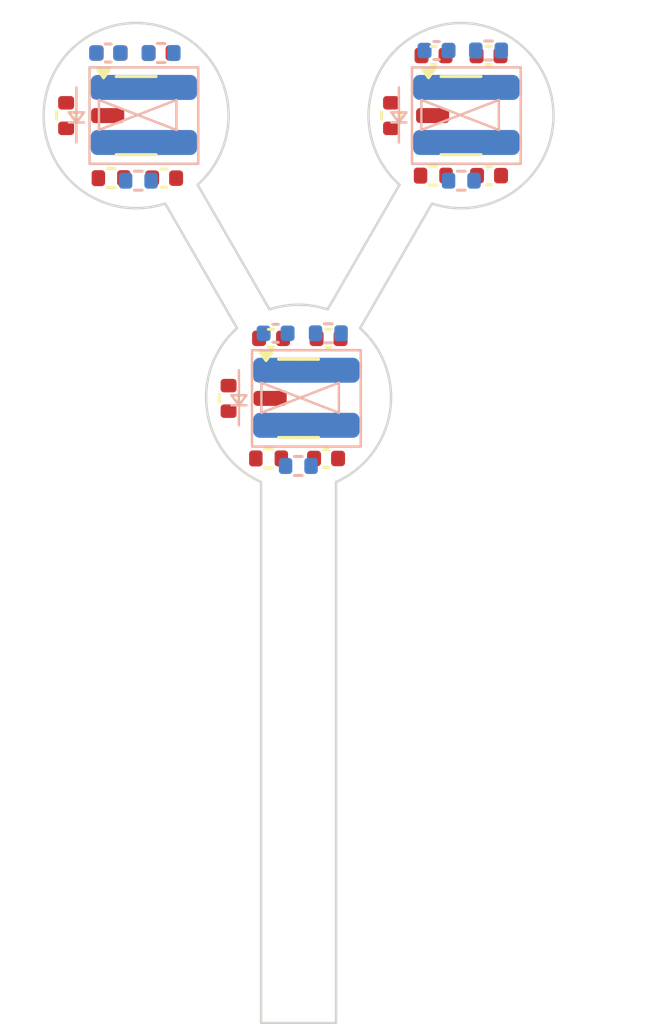
<source format=kicad_pcb>
(kicad_pcb (version 20240108) (generator "pcbnew") (generator_version "8.0")
  (layers (0 "F.Cu" signal) (31 "B.Cu" signal) (34 "B.Paste" user) (35 "F.Paste" user) (36 "B.SilkS" user "B.Silkscreen") (37 "F.SilkS" user "F.Silkscreen") (38 "B.Mask" user) (39 "F.Mask" user) (44 "Edge.Cuts" user))
  (net 0 "")
  (net 1 "GND")
  (net 2 "Net-(D1-K)")
  (net 3 "Net-(D1-A)")
  (net 4 "/sipm_tia1/V+")
  (net 5 "Net-(C3-Pad2)")
  (net 6 "/sipm_tia1/V-")
  (net 7 "Net-(D2-K)")
  (net 8 "Net-(D2-A)")
  (net 9 "Net-(C7-Pad2)")
  (net 10 "Net-(D3-K)")
  (net 11 "Net-(D3-A)")
  (net 12 "Net-(C11-Pad2)")
  (net 13 "/sipm_tia1/VBIAS")
  (net 14 "/sipm_tia2/VOUT")
  (net 15 "/sipm_tia1/VOUT")
  (net 16 "/sipm_tia3/VOUT")
  (footprint "Resistor_SMD:R_0402_1005Metric" (layer "F.Cu") (at 143.7 81.3 -90)
    (property "Reference" "R12" (hide yes))
    (property "Value" "1k")
    (fp_line (start -0.153641 0.38) (end 0.153641 0.38) (stroke (width 0.12)) (layer "F.SilkS"))
    (fp_line (start -0.153641 -0.38) (end 0.153641 -0.38) (stroke (width 0.12)) (layer "F.SilkS"))
    (pad "1" smd roundrect (at -0.51 0 270) (size 0.54 0.64) (layers "F.Cu" "F.Paste" "F.Mask") (net 12 "Net-(C11-Pad2)"))
    (pad "2" smd roundrect (at 0.51 0 270) (size 0.54 0.64) (layers "F.Cu" "F.Paste" "F.Mask") (net 16 "/sipm_tia3/VOUT"))
  )
  (footprint "Capacitor_SMD:C_0402_1005Metric" (layer "F.Cu") (at 140.98 67.5 180)
    (property "Reference" "C2" (hide yes))
    (property "Value" "0.1uF")
    (fp_line (start -0.107836 0.36) (end 0.107836 0.36) (stroke (width 0.12)) (layer "F.SilkS"))
    (fp_line (start -0.107836 -0.36) (end 0.107836 -0.36) (stroke (width 0.12)) (layer "F.SilkS"))
    (pad "1" smd roundrect (at -0.48 0 180) (size 0.56 0.62) (layers "F.Cu" "F.Paste" "F.Mask") (net 4 "/sipm_tia1/V+"))
    (pad "2" smd roundrect (at 0.48 0 180) (size 0.56 0.62) (layers "F.Cu" "F.Paste" "F.Mask") (net 1 "GND"))
  )
  (footprint "Resistor_SMD:R_0402_1005Metric" (layer "F.Cu") (at 150.2 70 -90)
    (property "Reference" "R8" (hide yes))
    (property "Value" "1k")
    (fp_line (start -0.153641 0.38) (end 0.153641 0.38) (stroke (width 0.12)) (layer "F.SilkS"))
    (fp_line (start -0.153641 -0.38) (end 0.153641 -0.38) (stroke (width 0.12)) (layer "F.SilkS"))
    (pad "1" smd roundrect (at -0.51 0 270) (size 0.54 0.64) (layers "F.Cu" "F.Paste" "F.Mask") (net 9 "Net-(C7-Pad2)"))
    (pad "2" smd roundrect (at 0.51 0 270) (size 0.54 0.64) (layers "F.Cu" "F.Paste" "F.Mask") (net 14 "/sipm_tia2/VOUT"))
  )
  (footprint "Capacitor_SMD:C_0402_1005Metric" (layer "F.Cu") (at 138.9 67.5)
    (property "Reference" "C4" (hide yes))
    (property "Value" "0.1uF")
    (fp_line (start -0.107836 -0.36) (end 0.107836 -0.36) (stroke (width 0.12)) (layer "F.SilkS"))
    (fp_line (start -0.107836 0.36) (end 0.107836 0.36) (stroke (width 0.12)) (layer "F.SilkS"))
    (pad "1" smd roundrect (at -0.48 0) (size 0.56 0.62) (layers "F.Cu" "F.Paste" "F.Mask") (net 6 "/sipm_tia1/V-"))
    (pad "2" smd roundrect (at 0.48 0) (size 0.56 0.62) (layers "F.Cu" "F.Paste" "F.Mask") (net 1 "GND"))
  )
  (footprint "Package_TO_SOT_SMD:SOT-23-5" (layer "F.Cu") (at 153 70)
    (property "Reference" "U2" (hide yes))
    (property "Value" "OPA810xDBV")
    (fp_line (start 0 -1.56) (end -0.8 -1.56) (stroke (width 0.12)) (layer "F.SilkS"))
    (fp_line (start 0 -1.56) (end 0.8 -1.56) (stroke (width 0.12)) (layer "F.SilkS"))
    (fp_line (start 0 1.56) (end -0.8 1.56) (stroke (width 0.12)) (layer "F.SilkS"))
    (fp_line (start 0 1.56) (end 0.8 1.56) (stroke (width 0.12)) (layer "F.SilkS"))
    (fp_poly (pts (xy -1.3 -1.51) (xy -1.54 -1.84) (xy -1.06 -1.84) (xy -1.3 -1.51)) (stroke (width 0.12)) (fill solid) (layer "F.SilkS"))
    (pad "1" smd roundrect (at -1.1375 -0.95) (size 1.325 0.6) (layers "F.Cu" "F.Paste" "F.Mask") (net 9 "Net-(C7-Pad2)"))
    (pad "2" smd roundrect (at -1.1375 0) (size 1.325 0.6) (layers "F.Cu" "F.Paste" "F.Mask") (net 6 "/sipm_tia1/V-"))
    (pad "3" smd roundrect (at -1.1375 0.95) (size 1.325 0.6) (layers "F.Cu" "F.Paste" "F.Mask") (net 1 "GND"))
    (pad "4" smd roundrect (at 1.1375 0.95) (size 1.325 0.6) (layers "F.Cu" "F.Paste" "F.Mask") (net 8 "Net-(D2-A)"))
    (pad "5" smd roundrect (at 1.1375 -0.95) (size 1.325 0.6) (layers "F.Cu" "F.Paste" "F.Mask") (net 4 "/sipm_tia1/V+"))
  )
  (footprint "Package_TO_SOT_SMD:SOT-23-5" (layer "F.Cu") (at 146.5 81.3)
    (property "Reference" "U3" (hide yes))
    (property "Value" "OPA810xDBV")
    (fp_line (start 0 -1.56) (end -0.8 -1.56) (stroke (width 0.12)) (layer "F.SilkS"))
    (fp_line (start 0 -1.56) (end 0.8 -1.56) (stroke (width 0.12)) (layer "F.SilkS"))
    (fp_line (start 0 1.56) (end -0.8 1.56) (stroke (width 0.12)) (layer "F.SilkS"))
    (fp_line (start 0 1.56) (end 0.8 1.56) (stroke (width 0.12)) (layer "F.SilkS"))
    (fp_poly (pts (xy -1.3 -1.51) (xy -1.54 -1.84) (xy -1.06 -1.84) (xy -1.3 -1.51)) (stroke (width 0.12)) (fill solid) (layer "F.SilkS"))
    (pad "1" smd roundrect (at -1.1375 -0.95) (size 1.325 0.6) (layers "F.Cu" "F.Paste" "F.Mask") (net 12 "Net-(C11-Pad2)"))
    (pad "2" smd roundrect (at -1.1375 0) (size 1.325 0.6) (layers "F.Cu" "F.Paste" "F.Mask") (net 6 "/sipm_tia1/V-"))
    (pad "3" smd roundrect (at -1.1375 0.95) (size 1.325 0.6) (layers "F.Cu" "F.Paste" "F.Mask") (net 1 "GND"))
    (pad "4" smd roundrect (at 1.1375 0.95) (size 1.325 0.6) (layers "F.Cu" "F.Paste" "F.Mask") (net 11 "Net-(D3-A)"))
    (pad "5" smd roundrect (at 1.1375 -0.95) (size 1.325 0.6) (layers "F.Cu" "F.Paste" "F.Mask") (net 4 "/sipm_tia1/V+"))
  )
  (footprint "Resistor_SMD:R_0402_1005Metric" (layer "F.Cu") (at 139 72.5 180)
    (property "Reference" "R3" (hide yes))
    (property "Value" "1k")
    (fp_line (start -0.153641 0.38) (end 0.153641 0.38) (stroke (width 0.12)) (layer "F.SilkS"))
    (fp_line (start -0.153641 -0.38) (end 0.153641 -0.38) (stroke (width 0.12)) (layer "F.SilkS"))
    (pad "1" smd roundrect (at -0.51 0 180) (size 0.54 0.64) (layers "F.Cu" "F.Paste" "F.Mask") (net 3 "Net-(D1-A)"))
    (pad "2" smd roundrect (at 0.51 0 180) (size 0.54 0.64) (layers "F.Cu" "F.Paste" "F.Mask") (net 5 "Net-(C3-Pad2)"))
  )
  (footprint "Capacitor_SMD:C_0402_1005Metric" (layer "F.Cu") (at 154.1 67.6)
    (property "Reference" "C6" (hide yes))
    (property "Value" "0.1uF")
    (fp_line (start -0.107836 -0.36) (end 0.107836 -0.36) (stroke (width 0.12)) (layer "F.SilkS"))
    (fp_line (start -0.107836 0.36) (end 0.107836 0.36) (stroke (width 0.12)) (layer "F.SilkS"))
    (pad "1" smd roundrect (at -0.48 0) (size 0.56 0.62) (layers "F.Cu" "F.Paste" "F.Mask") (net 4 "/sipm_tia1/V+"))
    (pad "2" smd roundrect (at 0.48 0) (size 0.56 0.62) (layers "F.Cu" "F.Paste" "F.Mask") (net 1 "GND"))
  )
  (footprint "Capacitor_SMD:C_0402_1005Metric" (layer "F.Cu") (at 151.9 67.6)
    (property "Reference" "C8" (hide yes))
    (property "Value" "0.1uF")
    (fp_line (start -0.107836 -0.36) (end 0.107836 -0.36) (stroke (width 0.12)) (layer "F.SilkS"))
    (fp_line (start -0.107836 0.36) (end 0.107836 0.36) (stroke (width 0.12)) (layer "F.SilkS"))
    (pad "1" smd roundrect (at -0.48 0) (size 0.56 0.62) (layers "F.Cu" "F.Paste" "F.Mask") (net 6 "/sipm_tia1/V-"))
    (pad "2" smd roundrect (at 0.48 0) (size 0.56 0.62) (layers "F.Cu" "F.Paste" "F.Mask") (net 1 "GND"))
  )
  (footprint "Capacitor_SMD:C_0402_1005Metric" (layer "F.Cu") (at 147.6 83.7)
    (property "Reference" "C11" (hide yes))
    (property "Value" "0.1uF")
    (fp_line (start -0.107836 -0.36) (end 0.107836 -0.36) (stroke (width 0.12)) (layer "F.SilkS"))
    (fp_line (start -0.107836 0.36) (end 0.107836 0.36) (stroke (width 0.12)) (layer "F.SilkS"))
    (pad "1" smd roundrect (at -0.48 0) (size 0.56 0.62) (layers "F.Cu" "F.Paste" "F.Mask") (net 11 "Net-(D3-A)"))
    (pad "2" smd roundrect (at 0.48 0) (size 0.56 0.62) (layers "F.Cu" "F.Paste" "F.Mask") (net 12 "Net-(C11-Pad2)"))
  )
  (footprint "Capacitor_SMD:C_0402_1005Metric" (layer "F.Cu") (at 147.7 78.9)
    (property "Reference" "C10" (hide yes))
    (property "Value" "0.1uF")
    (fp_line (start -0.107836 -0.36) (end 0.107836 -0.36) (stroke (width 0.12)) (layer "F.SilkS"))
    (fp_line (start -0.107836 0.36) (end 0.107836 0.36) (stroke (width 0.12)) (layer "F.SilkS"))
    (pad "1" smd roundrect (at -0.48 0) (size 0.56 0.62) (layers "F.Cu" "F.Paste" "F.Mask") (net 4 "/sipm_tia1/V+"))
    (pad "2" smd roundrect (at 0.48 0) (size 0.56 0.62) (layers "F.Cu" "F.Paste" "F.Mask") (net 1 "GND"))
  )
  (footprint "Resistor_SMD:R_0402_1005Metric" (layer "F.Cu") (at 145.3 83.7)
    (property "Reference" "R11" (hide yes))
    (property "Value" "1k")
    (fp_line (start -0.153641 -0.38) (end 0.153641 -0.38) (stroke (width 0.12)) (layer "F.SilkS"))
    (fp_line (start -0.153641 0.38) (end 0.153641 0.38) (stroke (width 0.12)) (layer "F.SilkS"))
    (pad "1" smd roundrect (at -0.51 0) (size 0.54 0.64) (layers "F.Cu" "F.Paste" "F.Mask") (net 11 "Net-(D3-A)"))
    (pad "2" smd roundrect (at 0.51 0) (size 0.54 0.64) (layers "F.Cu" "F.Paste" "F.Mask") (net 12 "Net-(C11-Pad2)"))
  )
  (footprint "Capacitor_SMD:C_0402_1005Metric" (layer "F.Cu") (at 141.12 72.5)
    (property "Reference" "C3" (hide yes))
    (property "Value" "0.1uF")
    (fp_line (start -0.107836 -0.36) (end 0.107836 -0.36) (stroke (width 0.12)) (layer "F.SilkS"))
    (fp_line (start -0.107836 0.36) (end 0.107836 0.36) (stroke (width 0.12)) (layer "F.SilkS"))
    (pad "1" smd roundrect (at -0.48 0) (size 0.56 0.62) (layers "F.Cu" "F.Paste" "F.Mask") (net 3 "Net-(D1-A)"))
    (pad "2" smd roundrect (at 0.48 0) (size 0.56 0.62) (layers "F.Cu" "F.Paste" "F.Mask") (net 5 "Net-(C3-Pad2)"))
  )
  (footprint "Resistor_SMD:R_0402_1005Metric" (layer "F.Cu") (at 151.89 72.4)
    (property "Reference" "R7" (hide yes))
    (property "Value" "1k")
    (fp_line (start -0.153641 -0.38) (end 0.153641 -0.38) (stroke (width 0.12)) (layer "F.SilkS"))
    (fp_line (start -0.153641 0.38) (end 0.153641 0.38) (stroke (width 0.12)) (layer "F.SilkS"))
    (pad "1" smd roundrect (at -0.51 0) (size 0.54 0.64) (layers "F.Cu" "F.Paste" "F.Mask") (net 8 "Net-(D2-A)"))
    (pad "2" smd roundrect (at 0.51 0) (size 0.54 0.64) (layers "F.Cu" "F.Paste" "F.Mask") (net 9 "Net-(C7-Pad2)"))
  )
  (footprint "Capacitor_SMD:C_0402_1005Metric" (layer "F.Cu") (at 154.12 72.4)
    (property "Reference" "C7" (hide yes))
    (property "Value" "0.1uF")
    (fp_line (start -0.107836 -0.36) (end 0.107836 -0.36) (stroke (width 0.12)) (layer "F.SilkS"))
    (fp_line (start -0.107836 0.36) (end 0.107836 0.36) (stroke (width 0.12)) (layer "F.SilkS"))
    (pad "1" smd roundrect (at -0.48 0) (size 0.56 0.62) (layers "F.Cu" "F.Paste" "F.Mask") (net 8 "Net-(D2-A)"))
    (pad "2" smd roundrect (at 0.48 0) (size 0.56 0.62) (layers "F.Cu" "F.Paste" "F.Mask") (net 9 "Net-(C7-Pad2)"))
  )
  (footprint "Capacitor_SMD:C_0402_1005Metric" (layer "F.Cu") (at 145.4 78.9)
    (property "Reference" "C12" (hide yes))
    (property "Value" "0.1uF")
    (fp_line (start -0.107836 -0.36) (end 0.107836 -0.36) (stroke (width 0.12)) (layer "F.SilkS"))
    (fp_line (start -0.107836 0.36) (end 0.107836 0.36) (stroke (width 0.12)) (layer "F.SilkS"))
    (pad "1" smd roundrect (at -0.48 0) (size 0.56 0.62) (layers "F.Cu" "F.Paste" "F.Mask") (net 6 "/sipm_tia1/V-"))
    (pad "2" smd roundrect (at 0.48 0) (size 0.56 0.62) (layers "F.Cu" "F.Paste" "F.Mask") (net 1 "GND"))
  )
  (footprint "Resistor_SMD:R_0402_1005Metric" (layer "F.Cu") (at 137.2 70 -90)
    (property "Reference" "R4" (hide yes))
    (property "Value" "1k")
    (fp_line (start -0.153641 0.38) (end 0.153641 0.38) (stroke (width 0.12)) (layer "F.SilkS"))
    (fp_line (start -0.153641 -0.38) (end 0.153641 -0.38) (stroke (width 0.12)) (layer "F.SilkS"))
    (pad "1" smd roundrect (at -0.51 0 270) (size 0.54 0.64) (layers "F.Cu" "F.Paste" "F.Mask") (net 5 "Net-(C3-Pad2)"))
    (pad "2" smd roundrect (at 0.51 0 270) (size 0.54 0.64) (layers "F.Cu" "F.Paste" "F.Mask") (net 15 "/sipm_tia1/VOUT"))
  )
  (footprint "Package_TO_SOT_SMD:SOT-23-5" (layer "F.Cu") (at 140 70)
    (property "Reference" "U1" (hide yes))
    (property "Value" "OPA810xDBV")
    (fp_line (start 0 -1.56) (end -0.8 -1.56) (stroke (width 0.12)) (layer "F.SilkS"))
    (fp_line (start 0 -1.56) (end 0.8 -1.56) (stroke (width 0.12)) (layer "F.SilkS"))
    (fp_line (start 0 1.56) (end -0.8 1.56) (stroke (width 0.12)) (layer "F.SilkS"))
    (fp_line (start 0 1.56) (end 0.8 1.56) (stroke (width 0.12)) (layer "F.SilkS"))
    (fp_poly (pts (xy -1.3 -1.51) (xy -1.54 -1.84) (xy -1.06 -1.84) (xy -1.3 -1.51)) (stroke (width 0.12)) (fill solid) (layer "F.SilkS"))
    (pad "1" smd roundrect (at -1.1375 -0.95) (size 1.325 0.6) (layers "F.Cu" "F.Paste" "F.Mask") (net 5 "Net-(C3-Pad2)"))
    (pad "2" smd roundrect (at -1.1375 0) (size 1.325 0.6) (layers "F.Cu" "F.Paste" "F.Mask") (net 6 "/sipm_tia1/V-"))
    (pad "3" smd roundrect (at -1.1375 0.95) (size 1.325 0.6) (layers "F.Cu" "F.Paste" "F.Mask") (net 1 "GND"))
    (pad "4" smd roundrect (at 1.1375 0.95) (size 1.325 0.6) (layers "F.Cu" "F.Paste" "F.Mask") (net 3 "Net-(D1-A)"))
    (pad "5" smd roundrect (at 1.1375 -0.95) (size 1.325 0.6) (layers "F.Cu" "F.Paste" "F.Mask") (net 4 "/sipm_tia1/V+"))
  )
  (footprint "my_sipm:s13360-3050pe" (layer "B.Cu") (at 153.2125 68.875 180)
    (property "Reference" "D2" (hide yes))
    (property "Value" "S13360-3050PE")
    (fp_line (start 3 -1) (end 2.4 -1) (stroke (width 0.1)) (layer "B.SilkS"))
    (fp_line (start 3 -1.4) (end 2.4 -1.4) (stroke (width 0.1)) (layer "B.SilkS"))
    (fp_line (start 2.7 -1.4) (end 3 -1) (stroke (width 0.1)) (layer "B.SilkS"))
    (fp_line (start 2.7 -2.2) (end 2.7 0) (stroke (width 0.1)) (layer "B.SilkS"))
    (fp_line (start 2.4 -1) (end 2.7 -1.4) (stroke (width 0.1)) (layer "B.SilkS"))
    (fp_line (start 1.8 -1.7) (end 1.8 -0.5) (stroke (width 0.1)) (layer "B.SilkS"))
    (fp_line (start 1.8 -1.7) (end -1.3 -0.5) (stroke (width 0.1)) (layer "B.SilkS"))
    (fp_line (start -1.3 -1.7) (end 1.8 -0.5) (stroke (width 0.1)) (layer "B.SilkS"))
    (fp_line (start -1.3 -1.7) (end -1.3 -0.5) (stroke (width 0.1)) (layer "B.SilkS"))
    (fp_rect (start -2.175 0.8) (end 2.175 -3.05) (stroke (width 0.1)) (fill none) (layer "B.SilkS"))
    (pad "1" smd roundrect (at 0 0 180) (size 4.25 1) (layers "B.Cu" "B.Paste" "B.Mask") (net 7 "Net-(D2-K)"))
    (pad "2" smd roundrect (at 0 -2.2 180) (size 4.25 1) (layers "B.Cu" "B.Paste" "B.Mask") (net 8 "Net-(D2-A)"))
  )
  (footprint "Capacitor_SMD:C_0402_1005Metric" (layer "B.Cu") (at 138.88 67.5 180)
    (property "Reference" "C1" (hide yes))
    (property "Value" "0.1uF")
    (fp_line (start 0.107836 0.36) (end -0.107836 0.36) (stroke (width 0.12)) (layer "B.SilkS"))
    (fp_line (start 0.107836 -0.36) (end -0.107836 -0.36) (stroke (width 0.12)) (layer "B.SilkS"))
    (pad "1" smd roundrect (at -0.48 0 180) (size 0.56 0.62) (layers "B.Cu" "B.Paste" "B.Mask") (net 2 "Net-(D1-K)"))
    (pad "2" smd roundrect (at 0.48 0 180) (size 0.56 0.62) (layers "B.Cu" "B.Paste" "B.Mask") (net 1 "GND"))
  )
  (footprint "Resistor_SMD:R_0402_1005Metric" (layer "B.Cu") (at 146.49 84)
    (property "Reference" "R10" (hide yes))
    (property "Value" "1k")
    (fp_line (start 0.153641 -0.38) (end -0.153641 -0.38) (stroke (width 0.12)) (layer "B.SilkS"))
    (fp_line (start 0.153641 0.38) (end -0.153641 0.38) (stroke (width 0.12)) (layer "B.SilkS"))
    (pad "1" smd roundrect (at -0.51 0) (size 0.54 0.64) (layers "B.Cu" "B.Paste" "B.Mask") (net 1 "GND"))
    (pad "2" smd roundrect (at 0.51 0) (size 0.54 0.64) (layers "B.Cu" "B.Paste" "B.Mask") (net 11 "Net-(D3-A)"))
  )
  (footprint "Resistor_SMD:R_0402_1005Metric" (layer "B.Cu") (at 154.1 67.4)
    (property "Reference" "R5" (hide yes))
    (property "Value" "1k")
    (fp_line (start 0.153641 -0.38) (end -0.153641 -0.38) (stroke (width 0.12)) (layer "B.SilkS"))
    (fp_line (start 0.153641 0.38) (end -0.153641 0.38) (stroke (width 0.12)) (layer "B.SilkS"))
    (pad "1" smd roundrect (at -0.51 0) (size 0.54 0.64) (layers "B.Cu" "B.Paste" "B.Mask") (net 13 "/sipm_tia1/VBIAS"))
    (pad "2" smd roundrect (at 0.51 0) (size 0.54 0.64) (layers "B.Cu" "B.Paste" "B.Mask") (net 7 "Net-(D2-K)"))
  )
  (footprint "Resistor_SMD:R_0402_1005Metric" (layer "B.Cu") (at 140.09 72.6)
    (property "Reference" "R2" (hide yes))
    (property "Value" "1k")
    (fp_line (start 0.153641 -0.38) (end -0.153641 -0.38) (stroke (width 0.12)) (layer "B.SilkS"))
    (fp_line (start 0.153641 0.38) (end -0.153641 0.38) (stroke (width 0.12)) (layer "B.SilkS"))
    (pad "1" smd roundrect (at -0.51 0) (size 0.54 0.64) (layers "B.Cu" "B.Paste" "B.Mask") (net 1 "GND"))
    (pad "2" smd roundrect (at 0.51 0) (size 0.54 0.64) (layers "B.Cu" "B.Paste" "B.Mask") (net 3 "Net-(D1-A)"))
  )
  (footprint "my_sipm:s13360-3050pe" (layer "B.Cu") (at 146.8125 80.175 180)
    (property "Reference" "D3" (hide yes))
    (property "Value" "S13360-3050PE")
    (fp_line (start 3 -1) (end 2.4 -1) (stroke (width 0.1)) (layer "B.SilkS"))
    (fp_line (start 3 -1.4) (end 2.4 -1.4) (stroke (width 0.1)) (layer "B.SilkS"))
    (fp_line (start 2.7 -1.4) (end 3 -1) (stroke (width 0.1)) (layer "B.SilkS"))
    (fp_line (start 2.7 -2.2) (end 2.7 0) (stroke (width 0.1)) (layer "B.SilkS"))
    (fp_line (start 2.4 -1) (end 2.7 -1.4) (stroke (width 0.1)) (layer "B.SilkS"))
    (fp_line (start 1.8 -1.7) (end 1.8 -0.5) (stroke (width 0.1)) (layer "B.SilkS"))
    (fp_line (start 1.8 -1.7) (end -1.3 -0.5) (stroke (width 0.1)) (layer "B.SilkS"))
    (fp_line (start -1.3 -1.7) (end 1.8 -0.5) (stroke (width 0.1)) (layer "B.SilkS"))
    (fp_line (start -1.3 -1.7) (end -1.3 -0.5) (stroke (width 0.1)) (layer "B.SilkS"))
    (fp_rect (start -2.175 0.8) (end 2.175 -3.05) (stroke (width 0.1)) (fill none) (layer "B.SilkS"))
    (pad "1" smd roundrect (at 0 0 180) (size 4.25 1) (layers "B.Cu" "B.Paste" "B.Mask") (net 10 "Net-(D3-K)"))
    (pad "2" smd roundrect (at 0 -2.2 180) (size 4.25 1) (layers "B.Cu" "B.Paste" "B.Mask") (net 11 "Net-(D3-A)"))
  )
  (footprint "my_sipm:s13360-3050pe" (layer "B.Cu") (at 140.3125 68.875 180)
    (property "Reference" "D1" (hide yes))
    (property "Value" "S13360-3050PE")
    (fp_line (start 3 -1) (end 2.4 -1) (stroke (width 0.1)) (layer "B.SilkS"))
    (fp_line (start 3 -1.4) (end 2.4 -1.4) (stroke (width 0.1)) (layer "B.SilkS"))
    (fp_line (start 2.7 -1.4) (end 3 -1) (stroke (width 0.1)) (layer "B.SilkS"))
    (fp_line (start 2.7 -2.2) (end 2.7 0) (stroke (width 0.1)) (layer "B.SilkS"))
    (fp_line (start 2.4 -1) (end 2.7 -1.4) (stroke (width 0.1)) (layer "B.SilkS"))
    (fp_line (start 1.8 -1.7) (end 1.8 -0.5) (stroke (width 0.1)) (layer "B.SilkS"))
    (fp_line (start 1.8 -1.7) (end -1.3 -0.5) (stroke (width 0.1)) (layer "B.SilkS"))
    (fp_line (start -1.3 -1.7) (end 1.8 -0.5) (stroke (width 0.1)) (layer "B.SilkS"))
    (fp_line (start -1.3 -1.7) (end -1.3 -0.5) (stroke (width 0.1)) (layer "B.SilkS"))
    (fp_rect (start -2.175 0.8) (end 2.175 -3.05) (stroke (width 0.1)) (fill none) (layer "B.SilkS"))
    (pad "1" smd roundrect (at 0 0 180) (size 4.25 1) (layers "B.Cu" "B.Paste" "B.Mask") (net 2 "Net-(D1-K)"))
    (pad "2" smd roundrect (at 0 -2.2 180) (size 4.25 1) (layers "B.Cu" "B.Paste" "B.Mask") (net 3 "Net-(D1-A)"))
  )
  (footprint "Resistor_SMD:R_0402_1005Metric" (layer "B.Cu") (at 147.69 78.7)
    (property "Reference" "R9" (hide yes))
    (property "Value" "1k")
    (fp_line (start 0.153641 -0.38) (end -0.153641 -0.38) (stroke (width 0.12)) (layer "B.SilkS"))
    (fp_line (start 0.153641 0.38) (end -0.153641 0.38) (stroke (width 0.12)) (layer "B.SilkS"))
    (pad "1" smd roundrect (at -0.51 0) (size 0.54 0.64) (layers "B.Cu" "B.Paste" "B.Mask") (net 13 "/sipm_tia1/VBIAS"))
    (pad "2" smd roundrect (at 0.51 0) (size 0.54 0.64) (layers "B.Cu" "B.Paste" "B.Mask") (net 10 "Net-(D3-K)"))
  )
  (footprint "Resistor_SMD:R_0402_1005Metric" (layer "B.Cu") (at 153.01 72.6 180)
    (property "Reference" "R6" (hide yes))
    (property "Value" "1k")
    (fp_line (start 0.153641 0.38) (end -0.153641 0.38) (stroke (width 0.12)) (layer "B.SilkS"))
    (fp_line (start 0.153641 -0.38) (end -0.153641 -0.38) (stroke (width 0.12)) (layer "B.SilkS"))
    (pad "1" smd roundrect (at -0.51 0 180) (size 0.54 0.64) (layers "B.Cu" "B.Paste" "B.Mask") (net 1 "GND"))
    (pad "2" smd roundrect (at 0.51 0 180) (size 0.54 0.64) (layers "B.Cu" "B.Paste" "B.Mask") (net 8 "Net-(D2-A)"))
  )
  (footprint "Resistor_SMD:R_0402_1005Metric" (layer "B.Cu") (at 141 67.5 180)
    (property "Reference" "R1" (hide yes))
    (property "Value" "1k")
    (fp_line (start 0.153641 0.38) (end -0.153641 0.38) (stroke (width 0.12)) (layer "B.SilkS"))
    (fp_line (start 0.153641 -0.38) (end -0.153641 -0.38) (stroke (width 0.12)) (layer "B.SilkS"))
    (pad "1" smd roundrect (at -0.51 0 180) (size 0.54 0.64) (layers "B.Cu" "B.Paste" "B.Mask") (net 13 "/sipm_tia1/VBIAS"))
    (pad "2" smd roundrect (at 0.51 0 180) (size 0.54 0.64) (layers "B.Cu" "B.Paste" "B.Mask") (net 2 "Net-(D1-K)"))
  )
  (footprint "Capacitor_SMD:C_0402_1005Metric" (layer "B.Cu") (at 145.58 78.7 180)
    (property "Reference" "C9" (hide yes))
    (property "Value" "0.1uF")
    (fp_line (start 0.107836 0.36) (end -0.107836 0.36) (stroke (width 0.12)) (layer "B.SilkS"))
    (fp_line (start 0.107836 -0.36) (end -0.107836 -0.36) (stroke (width 0.12)) (layer "B.SilkS"))
    (pad "1" smd roundrect (at -0.48 0 180) (size 0.56 0.62) (layers "B.Cu" "B.Paste" "B.Mask") (net 10 "Net-(D3-K)"))
    (pad "2" smd roundrect (at 0.48 0 180) (size 0.56 0.62) (layers "B.Cu" "B.Paste" "B.Mask") (net 1 "GND"))
  )
  (footprint "Capacitor_SMD:C_0402_1005Metric" (layer "B.Cu") (at 152.02 67.4 180)
    (property "Reference" "C5" (hide yes))
    (property "Value" "0.1uF")
    (fp_line (start 0.107836 0.36) (end -0.107836 0.36) (stroke (width 0.12)) (layer "B.SilkS"))
    (fp_line (start 0.107836 -0.36) (end -0.107836 -0.36) (stroke (width 0.12)) (layer "B.SilkS"))
    (pad "1" smd roundrect (at -0.48 0 180) (size 0.56 0.62) (layers "B.Cu" "B.Paste" "B.Mask") (net 7 "Net-(D2-K)"))
    (pad "2" smd roundrect (at 0.48 0 180) (size 0.56 0.62) (layers "B.Cu" "B.Paste" "B.Mask") (net 1 "GND"))
  )
  (gr_arc (start 145.33788 77.745242) (mid 146.499999 77.557999) (end 147.662118 77.745244) (stroke (width 0.1)) (layer "Edge.Cuts"))
  (gr_line (start 145 84.640306) (end 145 106.258) (stroke (width 0.1)) (layer "Edge.Cuts"))
  (gr_line (start 148.961148 78.495258) (end 151.83788 73.512759) (stroke (width 0.1)) (layer "Edge.Cuts"))
  (gr_line (start 141.16212 73.512759) (end 144.038852 78.495258) (stroke (width 0.1)) (layer "Edge.Cuts"))
  (gr_arc (start 141.16212 73.512759) (mid 138.14996 66.795729) (end 142.461148 72.762743) (stroke (width 0.1)) (layer "Edge.Cuts"))
  (gr_line (start 142.461148 72.762743) (end 145.33788 77.745242) (stroke (width 0.1)) (layer "Edge.Cuts"))
  (gr_line (start 148 84.640305) (end 148 106.258) (stroke (width 0.1)) (layer "Edge.Cuts"))
  (gr_arc (start 150.538851 72.762742) (mid 154.850043 66.795728) (end 151.83788 73.512759) (stroke (width 0.1)) (layer "Edge.Cuts"))
  (gr_arc (start 145 84.640306) (mid 142.844446 81.829766) (end 144.038852 78.495258) (stroke (width 0.1)) (layer "Edge.Cuts"))
  (gr_line (start 147.662118 77.745244) (end 150.538851 72.762742) (stroke (width 0.1)) (layer "Edge.Cuts"))
  (gr_line (start 148 106.258) (end 145 106.258) (stroke (width 0.1)) (layer "Edge.Cuts"))
  (gr_arc (start 148.961148 78.495258) (mid 150.155556 81.829766) (end 148 84.640305) (stroke (width 0.1)) (layer "Edge.Cuts"))
)
</source>
